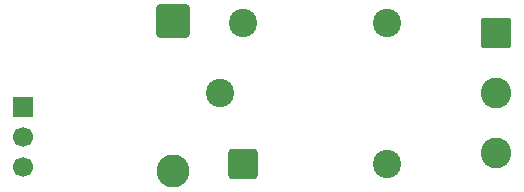
<source format=gbr>
%TF.GenerationSoftware,KiCad,Pcbnew,9.0.5*%
%TF.CreationDate,2025-12-25T11:21:18+05:30*%
%TF.ProjectId,Relay Module ( Single channel),52656c61-7920-44d6-9f64-756c65202820,v1.0*%
%TF.SameCoordinates,Original*%
%TF.FileFunction,Soldermask,Bot*%
%TF.FilePolarity,Negative*%
%FSLAX46Y46*%
G04 Gerber Fmt 4.6, Leading zero omitted, Abs format (unit mm)*
G04 Created by KiCad (PCBNEW 9.0.5) date 2025-12-25 11:21:18*
%MOMM*%
%LPD*%
G01*
G04 APERTURE LIST*
G04 Aperture macros list*
%AMRoundRect*
0 Rectangle with rounded corners*
0 $1 Rounding radius*
0 $2 $3 $4 $5 $6 $7 $8 $9 X,Y pos of 4 corners*
0 Add a 4 corners polygon primitive as box body*
4,1,4,$2,$3,$4,$5,$6,$7,$8,$9,$2,$3,0*
0 Add four circle primitives for the rounded corners*
1,1,$1+$1,$2,$3*
1,1,$1+$1,$4,$5*
1,1,$1+$1,$6,$7*
1,1,$1+$1,$8,$9*
0 Add four rect primitives between the rounded corners*
20,1,$1+$1,$2,$3,$4,$5,0*
20,1,$1+$1,$4,$5,$6,$7,0*
20,1,$1+$1,$6,$7,$8,$9,0*
20,1,$1+$1,$8,$9,$2,$3,0*%
G04 Aperture macros list end*
%ADD10RoundRect,0.250000X-1.050000X1.050000X-1.050000X-1.050000X1.050000X-1.050000X1.050000X1.050000X0*%
%ADD11C,2.600000*%
%ADD12RoundRect,0.250001X-1.149999X1.149999X-1.149999X-1.149999X1.149999X-1.149999X1.149999X1.149999X0*%
%ADD13C,2.800000*%
%ADD14R,1.700000X1.700000*%
%ADD15C,1.700000*%
%ADD16C,2.400000*%
%ADD17RoundRect,0.250000X1.000000X-1.000000X1.000000X1.000000X-1.000000X1.000000X-1.000000X-1.000000X0*%
G04 APERTURE END LIST*
D10*
%TO.C,J2*%
X186670500Y-95920000D03*
D11*
X186670500Y-101000000D03*
X186670500Y-106080000D03*
%TD*%
D12*
%TO.C,D1*%
X159343000Y-94905000D03*
D13*
X159343000Y-107605000D03*
%TD*%
D14*
%TO.C,J1*%
X146593000Y-102215000D03*
D15*
X146593000Y-104755000D03*
X146593000Y-107295000D03*
%TD*%
D16*
%TO.C,K1*%
X163282000Y-101047500D03*
X177482000Y-95047500D03*
X177482000Y-107047500D03*
D17*
X165282000Y-107047500D03*
D16*
X165282000Y-95047500D03*
%TD*%
M02*

</source>
